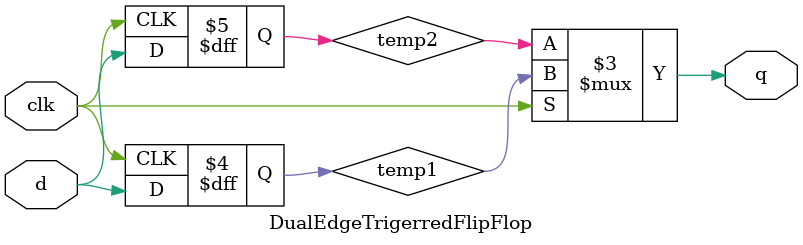
<source format=v>
/* Generated by Yosys 0.62+55 (git sha1 29a270c4b, g++ 11.5.0 -fPIC -O3) */

module DualEdgeTrigerredFlipFlop(clk, d, q);
  input clk;
  wire clk;
  input d;
  wire d;
  output q;
  wire q;
  reg temp1;
  reg temp2;
  always @(negedge clk)
    temp2 <= d;
  always @(posedge clk)
    temp1 <= d;
  assign q = clk ? temp1 : temp2;
endmodule

</source>
